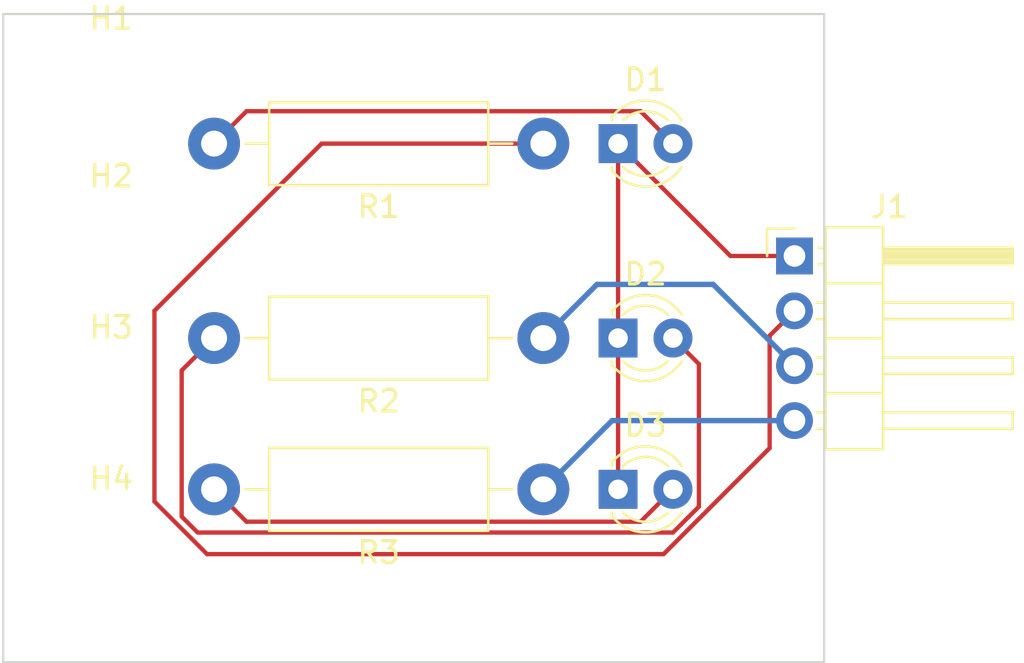
<source format=kicad_pcb>
(kicad_pcb (version 20240108) (generator "pcbnew") (generator_version "8.0")
  (layers (0 "F.Cu" signal "Front") (31 "B.Cu" signal "Back") (34 "B.Paste" user) (35 "F.Paste" user) (36 "B.SilkS" user "B.Silkscreen") (37 "F.SilkS" user "F.Silkscreen") (38 "B.Mask" user) (39 "F.Mask" user) (44 "Edge.Cuts" user))
  (net 0 "")
  (net 1 "Net-(D1-A)")
  (net 2 "Net-(D1-K)")
  (net 3 "Net-(D2-A)")
  (net 4 "Net-(D3-A)")
  (net 5 "Net-(J1-Pin_4)")
  (net 6 "Net-(J1-Pin_3)")
  (net 7 "Net-(J1-Pin_2)")
  (footprint "MountingHole:MountingHole_2.5mm" (layer "F.Cu") (at 134 115)
    (property "Reference" "H4" (at 0 -3.5 0) (layer "F.SilkS"))
    (property "Value" "MountingHole")
    (pad "" np_thru_hole circle (at 0 0) (size 2.5 2.5) (drill 2.5) (layers "*.Cu" "*.Mask"))
  )
  (footprint "Resistor_THT:R_Axial_DIN0411_L9.9mm_D3.6mm_P15.24mm_Horizontal" (layer "F.Cu") (at 154 112 180)
    (property "Reference" "R3" (at 7.62 -2.92 0) (layer "F.SilkS"))
    (property "Value" "1k")
    (fp_line (start 13.8 0) (end 12.69 0) (stroke (width 0.12)) (layer "F.SilkS"))
    (fp_line (start 12.69 1.92) (end 12.69 -1.92) (stroke (width 0.12)) (layer "F.SilkS"))
    (fp_line (start 12.69 -1.92) (end 2.55 -1.92) (stroke (width 0.12)) (layer "F.SilkS"))
    (fp_line (start 2.55 1.92) (end 12.69 1.92) (stroke (width 0.12)) (layer "F.SilkS"))
    (fp_line (start 2.55 -1.92) (end 2.55 1.92) (stroke (width 0.12)) (layer "F.SilkS"))
    (fp_line (start 1.44 0) (end 2.55 0) (stroke (width 0.12)) (layer "F.SilkS"))
    (pad "1" thru_hole circle (at 0 0 180) (size 2.4 2.4) (drill 1.2) (layers "*.Cu" "*.Mask") (net 5 "Net-(J1-Pin_4)"))
    (pad "2" thru_hole oval (at 15.24 0 180) (size 2.4 2.4) (drill 1.2) (layers "*.Cu" "*.Mask") (net 4 "Net-(D3-A)"))
  )
  (footprint "MountingHole:MountingHole_2.5mm" (layer "F.Cu") (at 134 108)
    (property "Reference" "H3" (at 0 -3.5 0) (layer "F.SilkS"))
    (property "Value" "MountingHole")
    (pad "" np_thru_hole circle (at 0 0) (size 2.5 2.5) (drill 2.5) (layers "*.Cu" "*.Mask"))
  )
  (footprint "Resistor_THT:R_Axial_DIN0411_L9.9mm_D3.6mm_P15.24mm_Horizontal" (layer "F.Cu") (at 154 105 180)
    (property "Reference" "R2" (at 7.62 -2.92 0) (layer "F.SilkS"))
    (property "Value" "1k")
    (fp_line (start 13.8 0) (end 12.69 0) (stroke (width 0.12)) (layer "F.SilkS"))
    (fp_line (start 12.69 1.92) (end 12.69 -1.92) (stroke (width 0.12)) (layer "F.SilkS"))
    (fp_line (start 12.69 -1.92) (end 2.55 -1.92) (stroke (width 0.12)) (layer "F.SilkS"))
    (fp_line (start 2.55 1.92) (end 12.69 1.92) (stroke (width 0.12)) (layer "F.SilkS"))
    (fp_line (start 2.55 -1.92) (end 2.55 1.92) (stroke (width 0.12)) (layer "F.SilkS"))
    (fp_line (start 1.44 0) (end 2.55 0) (stroke (width 0.12)) (layer "F.SilkS"))
    (pad "1" thru_hole circle (at 0 0 180) (size 2.4 2.4) (drill 1.2) (layers "*.Cu" "*.Mask") (net 6 "Net-(J1-Pin_3)"))
    (pad "2" thru_hole oval (at 15.24 0 180) (size 2.4 2.4) (drill 1.2) (layers "*.Cu" "*.Mask") (net 3 "Net-(D2-A)"))
  )
  (footprint "LED_THT:LED_D3.0mm_Clear" (layer "F.Cu") (at 157.46 112)
    (property "Reference" "D3" (at 1.27 -2.96 0) (layer "F.SilkS"))
    (property "Value" "LED")
    (fp_line (start -0.29 -1.236) (end -0.29 -1.08) (stroke (width 0.12)) (layer "F.SilkS"))
    (fp_line (start -0.29 1.08) (end -0.29 1.236) (stroke (width 0.12)) (layer "F.SilkS"))
    (fp_arc (start -0.29 -1.235516) (mid 1.365624 -1.987701) (end 2.941397 -1.080061) (stroke (width 0.12)) (layer "F.SilkS"))
    (fp_arc (start 0.229039 -1.08) (mid 1.269965 -1.5) (end 2.31091 -1.080049) (stroke (width 0.12)) (layer "F.SilkS"))
    (fp_arc (start 2.31091 1.080049) (mid 1.269965 1.5) (end 0.229039 1.08) (stroke (width 0.12)) (layer "F.SilkS"))
    (fp_arc (start 2.941397 1.080061) (mid 1.365624 1.987701) (end -0.29 1.235516) (stroke (width 0.12)) (layer "F.SilkS"))
    (pad "1" thru_hole rect (at 0 0) (size 1.8 1.8) (drill 0.9) (layers "*.Cu" "*.Mask") (net 2 "Net-(D1-K)"))
    (pad "2" thru_hole circle (at 2.54 0) (size 1.8 1.8) (drill 0.9) (layers "*.Cu" "*.Mask") (net 4 "Net-(D3-A)"))
  )
  (footprint "Resistor_THT:R_Axial_DIN0411_L9.9mm_D3.6mm_P15.24mm_Horizontal" (layer "F.Cu") (at 154 96 180)
    (property "Reference" "R1" (at 7.62 -2.92 360) (layer "F.SilkS"))
    (property "Value" "1k")
    (fp_line (start 13.8 0) (end 12.69 0) (stroke (width 0.12)) (layer "F.SilkS"))
    (fp_line (start 12.69 1.92) (end 12.69 -1.92) (stroke (width 0.12)) (layer "F.SilkS"))
    (fp_line (start 12.69 -1.92) (end 2.55 -1.92) (stroke (width 0.12)) (layer "F.SilkS"))
    (fp_line (start 2.55 1.92) (end 12.69 1.92) (stroke (width 0.12)) (layer "F.SilkS"))
    (fp_line (start 2.55 -1.92) (end 2.55 1.92) (stroke (width 0.12)) (layer "F.SilkS"))
    (fp_line (start 1.44 0) (end 2.55 0) (stroke (width 0.12)) (layer "F.SilkS"))
    (pad "1" thru_hole circle (at 0 0 180) (size 2.4 2.4) (drill 1.2) (layers "*.Cu" "*.Mask") (net 7 "Net-(J1-Pin_2)"))
    (pad "2" thru_hole oval (at 15.24 0 180) (size 2.4 2.4) (drill 1.2) (layers "*.Cu" "*.Mask") (net 1 "Net-(D1-A)"))
  )
  (footprint "Connector_PinHeader_2.54mm:PinHeader_1x04_P2.54mm_Horizontal" (layer "F.Cu") (at 165.625 101.2)
    (property "Reference" "J1" (at 4.385 -2.27 0) (layer "F.SilkS"))
    (property "Value" "Conn_01x04_Pin")
    (fp_line (start -1.27 -1.27) (end 0 -1.27) (stroke (width 0.12)) (layer "F.SilkS"))
    (fp_line (start -1.27 0) (end -1.27 -1.27) (stroke (width 0.12)) (layer "F.SilkS"))
    (fp_line (start 1.042929 2.16) (end 1.44 2.16) (stroke (width 0.12)) (layer "F.SilkS"))
    (fp_line (start 1.042929 2.92) (end 1.44 2.92) (stroke (width 0.12)) (layer "F.SilkS"))
    (fp_line (start 1.042929 4.7) (end 1.44 4.7) (stroke (width 0.12)) (layer "F.SilkS"))
    (fp_line (start 1.042929 5.46) (end 1.44 5.46) (stroke (width 0.12)) (layer "F.SilkS"))
    (fp_line (start 1.042929 7.24) (end 1.44 7.24) (stroke (width 0.12)) (layer "F.SilkS"))
    (fp_line (start 1.042929 8) (end 1.44 8) (stroke (width 0.12)) (layer "F.SilkS"))
    (fp_line (start 1.11 -0.38) (end 1.44 -0.38) (stroke (width 0.12)) (layer "F.SilkS"))
    (fp_line (start 1.11 0.38) (end 1.44 0.38) (stroke (width 0.12)) (layer "F.SilkS"))
    (fp_line (start 1.44 -1.33) (end 1.44 8.95) (stroke (width 0.12)) (layer "F.SilkS"))
    (fp_line (start 1.44 1.27) (end 4.1 1.27) (stroke (width 0.12)) (layer "F.SilkS"))
    (fp_line (start 1.44 3.81) (end 4.1 3.81) (stroke (width 0.12)) (layer "F.SilkS"))
    (fp_line (start 1.44 6.35) (end 4.1 6.35) (stroke (width 0.12)) (layer "F.SilkS"))
    (fp_line (start 1.44 8.95) (end 4.1 8.95) (stroke (width 0.12)) (layer "F.SilkS"))
    (fp_line (start 4.1 -1.33) (end 1.44 -1.33) (stroke (width 0.12)) (layer "F.SilkS"))
    (fp_line (start 4.1 -0.38) (end 10.1 -0.38) (stroke (width 0.12)) (layer "F.SilkS"))
    (fp_line (start 4.1 -0.32) (end 10.1 -0.32) (stroke (width 0.12)) (layer "F.SilkS"))
    (fp_line (start 4.1 -0.2) (end 10.1 -0.2) (stroke (width 0.12)) (layer "F.SilkS"))
    (fp_line (start 4.1 -0.08) (end 10.1 -0.08) (stroke (width 0.12)) (layer "F.SilkS"))
    (fp_line (start 4.1 0.04) (end 10.1 0.04) (stroke (width 0.12)) (layer "F.SilkS"))
    (fp_line (start 4.1 0.16) (end 10.1 0.16) (stroke (width 0.12)) (layer "F.SilkS"))
    (fp_line (start 4.1 0.28) (end 10.1 0.28) (stroke (width 0.12)) (layer "F.SilkS"))
    (fp_line (start 4.1 2.16) (end 10.1 2.16) (stroke (width 0.12)) (layer "F.SilkS"))
    (fp_line (start 4.1 4.7) (end 10.1 4.7) (stroke (width 0.12)) (layer "F.SilkS"))
    (fp_line (start 4.1 7.24) (end 10.1 7.24) (stroke (width 0.12)) (layer "F.SilkS"))
    (fp_line (start 4.1 8.95) (end 4.1 -1.33) (stroke (width 0.12)) (layer "F.SilkS"))
    (fp_line (start 10.1 -0.38) (end 10.1 0.38) (stroke (width 0.12)) (layer "F.SilkS"))
    (fp_line (start 10.1 0.38) (end 4.1 0.38) (stroke (width 0.12)) (layer "F.SilkS"))
    (fp_line (start 10.1 2.16) (end 10.1 2.92) (stroke (width 0.12)) (layer "F.SilkS"))
    (fp_line (start 10.1 2.92) (end 4.1 2.92) (stroke (width 0.12)) (layer "F.SilkS"))
    (fp_line (start 10.1 4.7) (end 10.1 5.46) (stroke (width 0.12)) (layer "F.SilkS"))
    (fp_line (start 10.1 5.46) (end 4.1 5.46) (stroke (width 0.12)) (layer "F.SilkS"))
    (fp_line (start 10.1 7.24) (end 10.1 8) (stroke (width 0.12)) (layer "F.SilkS"))
    (fp_line (start 10.1 8) (end 4.1 8) (stroke (width 0.12)) (layer "F.SilkS"))
    (pad "1" thru_hole rect (at 0 0) (size 1.7 1.7) (drill 1) (layers "*.Cu" "*.Mask") (net 2 "Net-(D1-K)"))
    (pad "2" thru_hole oval (at 0 2.54) (size 1.7 1.7) (drill 1) (layers "*.Cu" "*.Mask") (net 7 "Net-(J1-Pin_2)"))
    (pad "3" thru_hole oval (at 0 5.08) (size 1.7 1.7) (drill 1) (layers "*.Cu" "*.Mask") (net 6 "Net-(J1-Pin_3)"))
    (pad "4" thru_hole oval (at 0 7.62) (size 1.7 1.7) (drill 1) (layers "*.Cu" "*.Mask") (net 5 "Net-(J1-Pin_4)"))
  )
  (footprint "MountingHole:MountingHole_2.5mm" (layer "F.Cu") (at 134 101)
    (property "Reference" "H2" (at 0 -3.5 0) (layer "F.SilkS"))
    (property "Value" "MountingHole")
    (pad "" np_thru_hole circle (at 0 0) (size 2.5 2.5) (drill 2.5) (layers "*.Cu" "*.Mask"))
  )
  (footprint "MountingHole:MountingHole_2.5mm" (layer "F.Cu") (at 134 93.7)
    (property "Reference" "H1" (at 0 -3.5 0) (layer "F.SilkS"))
    (property "Value" "MountingHole")
    (pad "" np_thru_hole circle (at 0 0) (size 2.5 2.5) (drill 2.5) (layers "*.Cu" "*.Mask"))
  )
  (footprint "LED_THT:LED_D3.0mm_Clear" (layer "F.Cu") (at 157.46 105)
    (property "Reference" "D2" (at 1.27 -2.96 0) (layer "F.SilkS"))
    (property "Value" "LED")
    (fp_line (start -0.29 -1.236) (end -0.29 -1.08) (stroke (width 0.12)) (layer "F.SilkS"))
    (fp_line (start -0.29 1.08) (end -0.29 1.236) (stroke (width 0.12)) (layer "F.SilkS"))
    (fp_arc (start -0.29 -1.235516) (mid 1.365624 -1.987701) (end 2.941397 -1.080061) (stroke (width 0.12)) (layer "F.SilkS"))
    (fp_arc (start 0.229039 -1.08) (mid 1.269965 -1.5) (end 2.31091 -1.080049) (stroke (width 0.12)) (layer "F.SilkS"))
    (fp_arc (start 2.31091 1.080049) (mid 1.269965 1.5) (end 0.229039 1.08) (stroke (width 0.12)) (layer "F.SilkS"))
    (fp_arc (start 2.941397 1.080061) (mid 1.365624 1.987701) (end -0.29 1.235516) (stroke (width 0.12)) (layer "F.SilkS"))
    (pad "1" thru_hole rect (at 0 0) (size 1.8 1.8) (drill 0.9) (layers "*.Cu" "*.Mask") (net 2 "Net-(D1-K)"))
    (pad "2" thru_hole circle (at 2.54 0) (size 1.8 1.8) (drill 0.9) (layers "*.Cu" "*.Mask") (net 3 "Net-(D2-A)"))
  )
  (footprint "LED_THT:LED_D3.0mm_Clear" (layer "F.Cu") (at 157.46 96)
    (property "Reference" "D1" (at 1.27 -2.96 0) (layer "F.SilkS"))
    (property "Value" "LED")
    (fp_line (start -0.29 -1.236) (end -0.29 -1.08) (stroke (width 0.12)) (layer "F.SilkS"))
    (fp_line (start -0.29 1.08) (end -0.29 1.236) (stroke (width 0.12)) (layer "F.SilkS"))
    (fp_arc (start -0.29 -1.235516) (mid 1.365624 -1.987701) (end 2.941397 -1.080061) (stroke (width 0.12)) (layer "F.SilkS"))
    (fp_arc (start 0.229039 -1.08) (mid 1.269965 -1.5) (end 2.31091 -1.080049) (stroke (width 0.12)) (layer "F.SilkS"))
    (fp_arc (start 2.31091 1.080049) (mid 1.269965 1.5) (end 0.229039 1.08) (stroke (width 0.12)) (layer "F.SilkS"))
    (fp_arc (start 2.941397 1.080061) (mid 1.365624 1.987701) (end -0.29 1.235516) (stroke (width 0.12)) (layer "F.SilkS"))
    (pad "1" thru_hole rect (at 0 0) (size 1.8 1.8) (drill 0.9) (layers "*.Cu" "*.Mask") (net 2 "Net-(D1-K)"))
    (pad "2" thru_hole circle (at 2.54 0) (size 1.8 1.8) (drill 0.9) (layers "*.Cu" "*.Mask") (net 1 "Net-(D1-A)"))
  )
  (gr_line (start 167 90) (end 129 90) (stroke (width 0.1)) (layer "Edge.Cuts"))
  (gr_line (start 129 90) (end 129 120) (stroke (width 0.1)) (layer "Edge.Cuts"))
  (gr_line (start 167 120) (end 167 90) (stroke (width 0.1)) (layer "Edge.Cuts"))
  (gr_line (start 129 120) (end 167 120) (stroke (width 0.1)) (layer "Edge.Cuts"))
  (segment (start 158.5 94.5) (end 140.26 94.5) (width 0.2) (layer "F.Cu") (net 1))
  (segment (start 160 96) (end 158.5 94.5) (width 0.2) (layer "F.Cu") (net 1))
  (segment (start 140.26 94.5) (end 138.76 96) (width 0.2) (layer "F.Cu") (net 1))
  (segment (start 162.66 101.2) (end 165.625 101.2) (width 0.2) (layer "F.Cu") (net 2))
  (segment (start 157.46 105) (end 157.46 112) (width 0.2) (layer "F.Cu") (net 2))
  (segment (start 157.46 96) (end 157.46 105) (width 0.2) (layer "F.Cu") (net 2))
  (segment (start 157.46 96) (end 162.66 101.2) (width 0.2) (layer "F.Cu") (net 2))
  (segment (start 161.2 112.8) (end 160 114) (width 0.2) (layer "F.Cu") (net 3))
  (segment (start 137.26 106.5) (end 138.76 105) (width 0.2) (layer "F.Cu") (net 3))
  (segment (start 138 114) (end 137.26 113.26) (width 0.2) (layer "F.Cu") (net 3))
  (segment (start 161.2 106.2) (end 161.2 112.8) (width 0.2) (layer "F.Cu") (net 3))
  (segment (start 137.26 113.26) (end 137.26 106.5) (width 0.2) (layer "F.Cu") (net 3))
  (segment (start 160 105) (end 161.2 106.2) (width 0.2) (layer "F.Cu") (net 3))
  (segment (start 160 114) (end 138 114) (width 0.2) (layer "F.Cu") (net 3))
  (segment (start 158.5 113.5) (end 140.26 113.5) (width 0.2) (layer "F.Cu") (net 4))
  (segment (start 160 112) (end 158.5 113.5) (width 0.2) (layer "F.Cu") (net 4))
  (segment (start 140.26 113.5) (end 138.76 112) (width 0.2) (layer "F.Cu") (net 4))
  (segment (start 157.18 108.82) (end 165.625 108.82) (width 0.25) (layer "B.Cu") (net 5))
  (segment (start 154 112) (end 157.18 108.82) (width 0.25) (layer "B.Cu") (net 5))
  (segment (start 156.485 102.515) (end 161.86 102.515) (width 0.25) (layer "B.Cu") (net 6))
  (segment (start 161.86 102.515) (end 165.625 106.28) (width 0.25) (layer "B.Cu") (net 6))
  (segment (start 154 105) (end 156.485 102.515) (width 0.25) (layer "B.Cu") (net 6))
  (segment (start 143.737258 96) (end 136 103.737258) (width 0.2) (layer "F.Cu") (net 7))
  (segment (start 136 103.737258) (end 136 112.565686) (width 0.2) (layer "F.Cu") (net 7))
  (segment (start 159.565686 115) (end 164.475 110.090686) (width 0.2) (layer "F.Cu") (net 7))
  (segment (start 164.475 104.89) (end 165.625 103.74) (width 0.2) (layer "F.Cu") (net 7))
  (segment (start 138.434314 115) (end 159.565686 115) (width 0.2) (layer "F.Cu") (net 7))
  (segment (start 154 96) (end 143.737258 96) (width 0.2) (layer "F.Cu") (net 7))
  (segment (start 164.475 110.090686) (end 164.475 104.89) (width 0.2) (layer "F.Cu") (net 7))
  (segment (start 136 112.565686) (end 138.434314 115) (width 0.2) (layer "F.Cu") (net 7))
)
</source>
